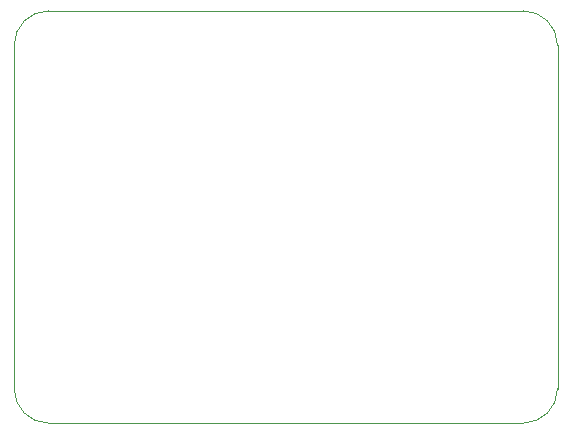
<source format=gko>
G04 #@! TF.GenerationSoftware,KiCad,Pcbnew,(6.0.0)*
G04 #@! TF.CreationDate,2022-04-16T23:03:45-07:00*
G04 #@! TF.ProjectId,YellCube,59656c6c-4375-4626-952e-6b696361645f,rev?*
G04 #@! TF.SameCoordinates,Original*
G04 #@! TF.FileFunction,Profile,NP*
%FSLAX46Y46*%
G04 Gerber Fmt 4.6, Leading zero omitted, Abs format (unit mm)*
G04 Created by KiCad (PCBNEW (6.0.0)) date 2022-04-16 23:03:45*
%MOMM*%
%LPD*%
G01*
G04 APERTURE LIST*
G04 #@! TA.AperFunction,Profile*
%ADD10C,0.100000*%
G04 #@! TD*
G04 APERTURE END LIST*
D10*
X157400000Y-120200000D02*
G75*
G03*
X160300000Y-117300000I1J2899999D01*
G01*
X117200000Y-85300000D02*
X157400000Y-85300000D01*
X160300000Y-88200000D02*
X160300000Y-117300000D01*
X114300000Y-88200000D02*
X114300000Y-117300000D01*
X114300000Y-117300000D02*
G75*
G03*
X117200000Y-120200000I2899999J-1D01*
G01*
X160300000Y-88200000D02*
G75*
G03*
X157400000Y-85300000I-2899999J1D01*
G01*
X157400000Y-120200000D02*
X117200000Y-120200000D01*
X117200000Y-85300000D02*
G75*
G03*
X114300000Y-88200000I-1J-2899999D01*
G01*
M02*

</source>
